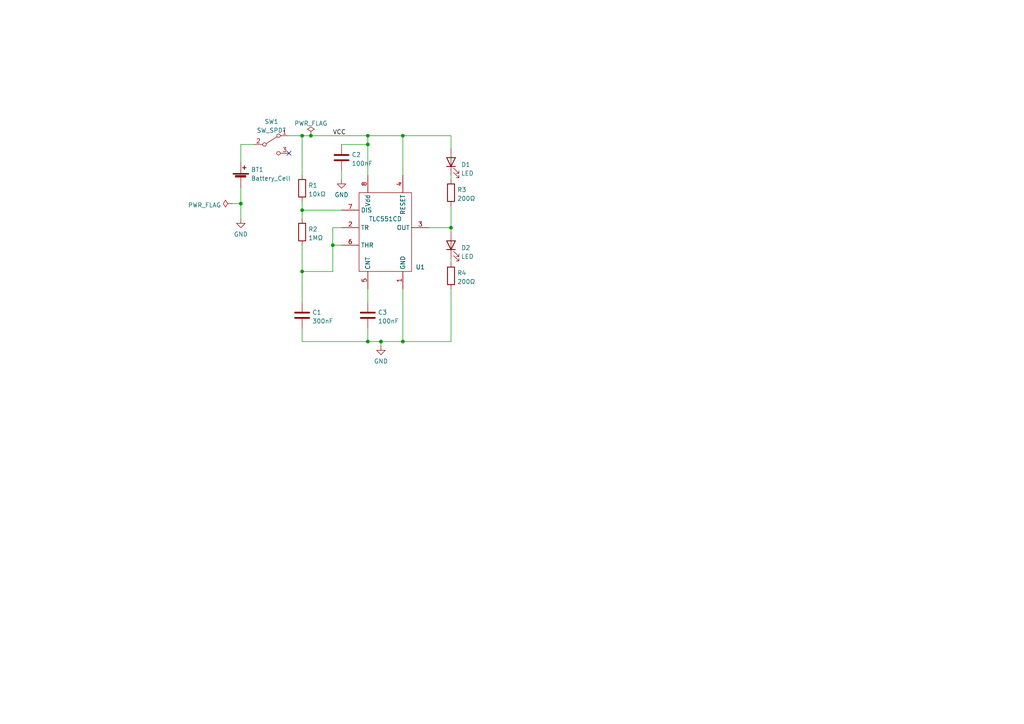
<source format=kicad_sch>
(kicad_sch (version 20211123) (generator eeschema)
  (paper "A4")
  (lib_symbols
    (symbol "Blinky:TLC551CD‎"
      (property "Reference" "U" (at 10.16 -12.7 0))
      (property "Value" "TLC551CD‎" (at 0 2.54 0))
      (symbol "TLC551CD‎_0_1"
        (rectangle (start -7.62 10.16) (end 7.62 -12.7) (stroke (width 0.1524)))
      )
      (symbol "TLC551CD‎_1_1"
        (pin passive line (at 5.08 -17.78 90) (length 5.08) (name "GND") (number "1"))
        (pin input line (at -12.7 0 0) (length 5.08) (name "TR") (number "2"))
        (pin input line (at 12.7 0 180) (length 5.08) (name "OUT") (number "3"))
        (pin input line (at 5.08 15.24 270) (length 5.08) (name "RESET") (number "4"))
        (pin input line (at -5.08 -17.78 90) (length 5.08) (name "CNT") (number "5"))
        (pin input line (at -12.7 -5.08 0) (length 5.08) (name "THR") (number "6"))
        (pin input line (at -12.7 5.08 0) (length 5.08) (name "DIS") (number "7"))
        (pin power_in line (at -5.08 15.24 270) (length 5.08) (name "Vdd") (number "8"))
      )
    )
    (symbol "Device:Battery_Cell" (pin_numbers hide) (pin_names (offset 0) hide)
      (property "Reference" "BT" (at 2.54 2.54 0))
      (property "Value" "Battery_Cell" (at 2.54 0 0))
      (symbol "Battery_Cell_0_1"
        (rectangle (start -2.286 1.778) (end 2.286 1.524) (fill (type outline)))
        (rectangle (start -1.5748 1.1938) (end 1.4732 0.6858) (fill (type outline)))
        (polyline (pts (xy 0 0.762) (xy 0 0)))
        (polyline (pts (xy 0 1.778) (xy 0 2.54)))
        (polyline (pts (xy 0.508 3.429) (xy 1.524 3.429)) (stroke (width 0.254)))
        (polyline (pts (xy 1.016 3.937) (xy 1.016 2.921)) (stroke (width 0.254)))
      )
      (symbol "Battery_Cell_1_1"
        (pin passive line (at 0 5.08 270) (length 2.54) (name "+") (number "1"))
        (pin passive line (at 0 -2.54 90) (length 2.54) (name "-") (number "2"))
      )
    )
    (symbol "Device:C" (pin_numbers hide) (pin_names (offset 0.254))
      (property "Reference" "C" (at 0.635 2.54 0))
      (property "Value" "C" (at 0.635 -2.54 0))
      (symbol "C_0_1"
        (polyline (pts (xy -2.032 -0.762) (xy 2.032 -0.762)) (stroke (width 0.508)))
        (polyline (pts (xy -2.032 0.762) (xy 2.032 0.762)) (stroke (width 0.508)))
      )
      (symbol "C_1_1"
        (pin passive line (at 0 3.81 270) (length 2.794) (name "~") (number "1"))
        (pin passive line (at 0 -3.81 90) (length 2.794) (name "~") (number "2"))
      )
    )
    (symbol "Device:LED" (pin_numbers hide) (pin_names (offset 1.016) hide)
      (property "Reference" "D" (at 0 2.54 0))
      (property "Value" "LED" (at 0 -2.54 0))
      (symbol "LED_0_1"
        (polyline (pts (xy -1.27 -1.27) (xy -1.27 1.27)) (stroke (width 0.254)))
        (polyline (pts (xy -1.27 0) (xy 1.27 0)))
        (polyline (pts (xy 1.27 -1.27) (xy 1.27 1.27) (xy -1.27 0) (xy 1.27 -1.27)) (stroke (width 0.254)))
        (polyline (pts (xy -3.048 -0.762) (xy -4.572 -2.286) (xy -3.81 -2.286) (xy -4.572 -2.286) (xy -4.572 -1.524)))
        (polyline (pts (xy -1.778 -0.762) (xy -3.302 -2.286) (xy -2.54 -2.286) (xy -3.302 -2.286) (xy -3.302 -1.524)))
      )
      (symbol "LED_1_1"
        (pin passive line (at -3.81 0 0) (length 2.54) (name "K") (number "1"))
        (pin passive line (at 3.81 0 180) (length 2.54) (name "A") (number "2"))
      )
    )
    (symbol "Device:R" (pin_numbers hide) (pin_names (offset 0))
      (property "Reference" "R" (at 2.032 0 90))
      (property "Value" "R" (at 0 0 90))
      (symbol "R_0_1"
        (rectangle (start -1.016 -2.54) (end 1.016 2.54) (stroke (width 0.254)))
      )
      (symbol "R_1_1"
        (pin passive line (at 0 3.81 270) (length 1.27) (name "~") (number "1"))
        (pin passive line (at 0 -3.81 90) (length 1.27) (name "~") (number "2"))
      )
    )
    (symbol "Switch:SW_SPDT" (pin_names (offset 0) hide)
      (property "Reference" "SW" (at 0 4.318 0))
      (property "Value" "SW_SPDT" (at 0 -5.08 0))
      (symbol "SW_SPDT_0_0"
        (circle (center -2.032 0) (radius 0.508))
        (circle (center 2.032 -2.54) (radius 0.508))
      )
      (symbol "SW_SPDT_0_1"
        (polyline (pts (xy -1.524 0.254) (xy 1.651 2.286)))
        (circle (center 2.032 2.54) (radius 0.508))
      )
      (symbol "SW_SPDT_1_1"
        (pin passive line (at 5.08 2.54 180) (length 2.54) (name "A") (number "1"))
        (pin passive line (at -5.08 0 0) (length 2.54) (name "B") (number "2"))
        (pin passive line (at 5.08 -2.54 180) (length 2.54) (name "C") (number "3"))
      )
    )
    (symbol "power:GND" (power) (pin_names (offset 0))
      (property "Value" "GND" (at 0 -3.81 0))
      (symbol "GND_0_1"
        (polyline (pts (xy 0 0) (xy 0 -1.27) (xy 1.27 -1.27) (xy 0 -2.54) (xy -1.27 -1.27) (xy 0 -1.27)))
      )
      (symbol "GND_1_1"
        (pin power_in line (at 0 0 270) (length 0) hide (name "GND") (number "1"))
      )
    )
    (symbol "power:PWR_FLAG" (power) (pin_numbers hide) (pin_names (offset 0) hide)
      (property "Value" "PWR_FLAG" (at 0 3.81 0))
      (symbol "PWR_FLAG_0_0"
        (pin power_out line (at 0 0 90) (length 0) (name "pwr") (number "1"))
      )
      (symbol "PWR_FLAG_0_1"
        (polyline (pts (xy 0 0) (xy 0 1.27) (xy -1.016 1.905) (xy 0 2.54) (xy 1.016 1.905) (xy 0 1.27)))
      )
    )
  )
  (junction (at 87.63 78.74))
  (junction (at 130.81 66.04))
  (junction (at 90.17 39.37))
  (junction (at 87.63 60.96))
  (junction (at 106.68 41.91))
  (junction (at 69.85 59.055))
  (junction (at 87.63 39.37))
  (junction (at 116.84 99.06))
  (junction (at 96.52 71.12))
  (junction (at 116.84 39.37))
  (junction (at 110.49 99.06))
  (junction (at 106.68 99.06))
  (junction (at 106.68 39.37))
  (no_connect (at 83.82 44.45))
  (wire (pts (xy 69.85 63.5) (xy 69.85 59.055)))
  (wire (pts (xy 96.52 78.74) (xy 96.52 71.12)))
  (wire (pts (xy 106.68 39.37) (xy 106.68 41.91)))
  (wire (pts (xy 124.46 66.04) (xy 130.81 66.04)))
  (wire (pts (xy 87.63 95.25) (xy 87.63 99.06)))
  (wire (pts (xy 130.81 66.04) (xy 130.81 67.31)))
  (wire (pts (xy 116.84 83.82) (xy 116.84 99.06)))
  (wire (pts (xy 67.31 59.055) (xy 69.85 59.055)))
  (wire (pts (xy 130.81 83.82) (xy 130.81 99.06)))
  (wire (pts (xy 87.63 71.12) (xy 87.63 78.74)))
  (wire (pts (xy 116.84 99.06) (xy 130.81 99.06)))
  (wire (pts (xy 130.81 59.69) (xy 130.81 66.04)))
  (wire (pts (xy 90.17 39.37) (xy 106.68 39.37)))
  (wire (pts (xy 87.63 39.37) (xy 87.63 50.8)))
  (wire (pts (xy 96.52 66.04) (xy 96.52 71.12)))
  (wire (pts (xy 130.81 50.8) (xy 130.81 52.07)))
  (wire (pts (xy 116.84 39.37) (xy 116.84 50.8)))
  (wire (pts (xy 87.63 60.96) (xy 99.06 60.96)))
  (wire (pts (xy 130.81 39.37) (xy 130.81 43.18)))
  (wire (pts (xy 99.06 66.04) (xy 96.52 66.04)))
  (wire (pts (xy 87.63 78.74) (xy 87.63 87.63)))
  (wire (pts (xy 99.06 41.91) (xy 106.68 41.91)))
  (wire (pts (xy 96.52 71.12) (xy 99.06 71.12)))
  (wire (pts (xy 110.49 99.06) (xy 106.68 99.06)))
  (wire (pts (xy 69.85 59.055) (xy 69.85 54.61)))
  (wire (pts (xy 69.85 41.91) (xy 69.85 46.99)))
  (wire (pts (xy 110.49 99.06) (xy 110.49 100.33)))
  (wire (pts (xy 106.68 41.91) (xy 106.68 50.8)))
  (wire (pts (xy 99.06 49.53) (xy 99.06 52.07)))
  (wire (pts (xy 87.63 58.42) (xy 87.63 60.96)))
  (wire (pts (xy 106.68 39.37) (xy 116.84 39.37)))
  (wire (pts (xy 116.84 99.06) (xy 110.49 99.06)))
  (wire (pts (xy 87.63 60.96) (xy 87.63 63.5)))
  (wire (pts (xy 106.68 83.82) (xy 106.68 87.63)))
  (wire (pts (xy 130.81 74.93) (xy 130.81 76.2)))
  (wire (pts (xy 83.82 39.37) (xy 87.63 39.37)))
  (wire (pts (xy 69.85 41.91) (xy 73.66 41.91)))
  (wire (pts (xy 106.68 99.06) (xy 106.68 95.25)))
  (wire (pts (xy 116.84 39.37) (xy 130.81 39.37)))
  (wire (pts (xy 87.63 78.74) (xy 96.52 78.74)))
  (wire (pts (xy 87.63 99.06) (xy 106.68 99.06)))
  (wire (pts (xy 87.63 39.37) (xy 90.17 39.37)))
  (label "VCC" (at 96.52 39.37 0))
  (symbol (lib_id "Device:C") (at 106.68 91.44 0) (unit 1)
    (property "Reference" "C3" (at 109.601 90.6053 0) (effects (justify left)))
    (property "Value" "100nF" (at 109.601 93.1422 0) (effects (justify left)))
    (property "Footprint" "Capacitor_SMD:C_0805_2012Metric_Pad1.18x1.45mm_HandSolder" (effects hide))
  )
  (symbol (lib_id "Blinky:TLC551CD‎") (at 111.76 66.04 0) (unit 1)
    (property "Reference" "U1" (at 121.92 77.47 0))
    (property "Value" "TLC551CD‎" (at 111.76 63.5 0))
    (property "Footprint" "Package_SO:SOIC-8_3.9x4.9mm_P1.27mm" (effects hide))
    (property "Datasheet" "https://www.ti.com/lit/ds/symlink/tlc551.pdf" (effects hide))
  )
  (symbol (lib_id "Device:R") (at 130.81 80.01 0) (unit 1)
    (property "Reference" "R4" (at 132.588 79.1753 0) (effects (justify left)))
    (property "Value" "200Ω" (at 132.588 81.7122 0) (effects (justify left)))
    (property "Footprint" "Resistor_SMD:R_0805_2012Metric_Pad1.20x1.40mm_HandSolder" (effects hide))
  )
  (symbol (lib_id "Device:LED") (at 130.81 46.99 90) (unit 1)
    (property "Reference" "D1" (at 133.731 47.7428 90) (effects (justify right)))
    (property "Value" "LED" (at 133.731 50.2797 90) (effects (justify right)))
    (property "Footprint" "LED_SMD:LED_0805_2012Metric_Pad1.15x1.40mm_HandSolder" (effects hide))
  )
  (symbol (lib_id "power:GND") (at 99.06 52.07 0) (unit 1)
    (property "Reference" "#PWR02" (effects hide))
    (property "Value" "GND" (at 99.06 56.5134 0))
  )
  (symbol (lib_id "Device:R") (at 130.81 55.88 0) (unit 1)
    (property "Reference" "R3" (at 132.588 55.0453 0) (effects (justify left)))
    (property "Value" "200Ω" (at 132.588 57.5822 0) (effects (justify left)))
    (property "Footprint" "Resistor_SMD:R_0805_2012Metric_Pad1.20x1.40mm_HandSolder" (effects hide))
  )
  (symbol (lib_id "Device:C") (at 99.06 45.72 0) (unit 1)
    (property "Reference" "C2" (at 101.981 44.8853 0) (effects (justify left)))
    (property "Value" "100nF" (at 101.981 47.4222 0) (effects (justify left)))
    (property "Footprint" "Capacitor_SMD:C_0805_2012Metric_Pad1.18x1.45mm_HandSolder" (effects hide))
  )
  (symbol (lib_id "Device:Battery_Cell") (at 69.85 52.07 0) (unit 1)
    (property "Reference" "BT1" (at 72.771 49.2033 0) (effects (justify left)))
    (property "Value" "Battery_Cell" (at 72.771 51.7402 0) (effects (justify left)))
    (property "Footprint" "Battery:BatteryHolder_Keystone_3000_1x12mm" (effects hide))
  )
  (symbol (lib_id "power:GND") (at 110.49 100.33 0) (unit 1)
    (property "Reference" "#PWR03" (effects hide))
    (property "Value" "GND" (at 110.49 104.7734 0))
  )
  (symbol (lib_id "Device:C") (at 87.63 91.44 0) (unit 1)
    (property "Reference" "C1" (at 90.551 90.6053 0) (effects (justify left)))
    (property "Value" "300nF" (at 90.551 93.1422 0) (effects (justify left)))
    (property "Footprint" "Capacitor_SMD:C_0805_2012Metric_Pad1.18x1.45mm_HandSolder" (effects hide))
  )
  (symbol (lib_id "Device:R") (at 87.63 54.61 0) (unit 1)
    (property "Reference" "R1" (at 89.408 53.7753 0) (effects (justify left)))
    (property "Value" "10kΩ" (at 89.408 56.3122 0) (effects (justify left)))
    (property "Footprint" "Resistor_SMD:R_0805_2012Metric_Pad1.20x1.40mm_HandSolder" (effects hide))
  )
  (symbol (lib_id "Device:R") (at 87.63 67.31 0) (unit 1)
    (property "Reference" "R2" (at 89.408 66.4753 0) (effects (justify left)))
    (property "Value" "1MΩ" (at 89.408 69.0122 0) (effects (justify left)))
    (property "Footprint" "Resistor_SMD:R_0805_2012Metric_Pad1.20x1.40mm_HandSolder" (effects hide))
  )
  (symbol (lib_id "power:GND") (at 69.85 63.5 0) (unit 1)
    (property "Reference" "#PWR01" (effects hide))
    (property "Value" "GND" (at 69.85 67.9434 0))
  )
  (symbol (lib_id "Device:LED") (at 130.81 71.12 90) (unit 1)
    (property "Reference" "D2" (at 133.731 71.8728 90) (effects (justify right)))
    (property "Value" "LED" (at 133.731 74.4097 90) (effects (justify right)))
    (property "Footprint" "LED_SMD:LED_0805_2012Metric_Pad1.15x1.40mm_HandSolder" (effects hide))
  )
  (symbol (lib_id "power:PWR_FLAG") (at 67.31 59.055 90) (unit 1)
    (property "Reference" "#FLG0101" (effects hide))
    (property "Value" "PWR_FLAG" (at 64.1351 59.4888 90) (effects (justify left)))
  )
  (symbol (lib_id "power:PWR_FLAG") (at 90.17 39.37 0) (unit 1)
    (property "Reference" "#FLG0102" (effects hide))
    (property "Value" "PWR_FLAG" (at 90.17 35.7942 0))
  )
  (symbol (lib_id "Switch:SW_SPDT") (at 78.74 41.91 0) (unit 1)
    (property "Reference" "SW1" (at 78.74 35.2892 0))
    (property "Value" "SW_SPDT" (at 78.74 37.8261 0))
    (property "Footprint" "Blinky_ZAM:SSK-1202" (effects hide))
    (property "Reference" "SW1" (effects hide))
    (property "Value" "SW_SPDT" (effects hide))
  )
)
</source>
